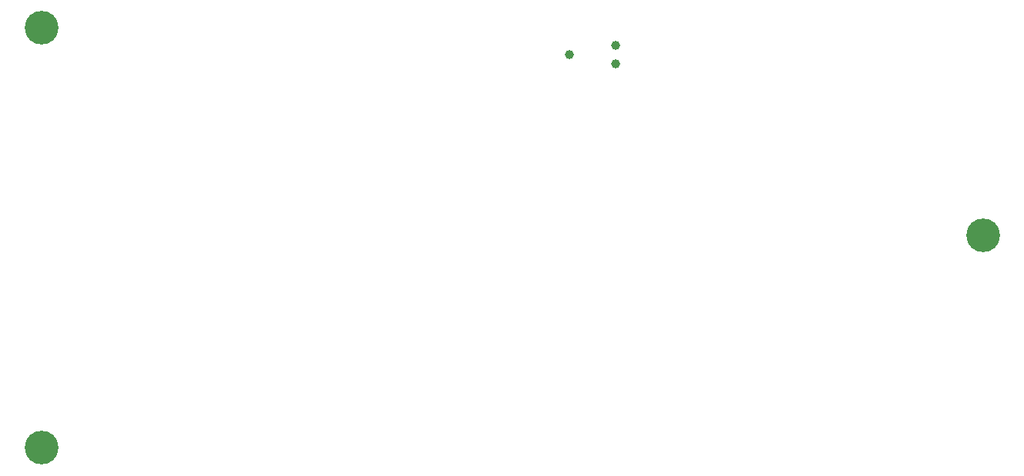
<source format=gbr>
%TF.GenerationSoftware,KiCad,Pcbnew,7.0.0-1.fc36*%
%TF.CreationDate,2023-03-23T22:09:36-05:00*%
%TF.ProjectId,2275Mod,32323735-4d6f-4642-9e6b-696361645f70,rev?*%
%TF.SameCoordinates,Original*%
%TF.FileFunction,NonPlated,1,2,NPTH,Drill*%
%TF.FilePolarity,Positive*%
%FSLAX46Y46*%
G04 Gerber Fmt 4.6, Leading zero omitted, Abs format (unit mm)*
G04 Created by KiCad (PCBNEW 7.0.0-1.fc36) date 2023-03-23 22:09:36*
%MOMM*%
%LPD*%
G01*
G04 APERTURE LIST*
%TA.AperFunction,ComponentDrill*%
%ADD10C,0.990600*%
%TD*%
%TA.AperFunction,ComponentDrill*%
%ADD11C,3.700000*%
%TD*%
G04 APERTURE END LIST*
D10*
%TO.C,J2*%
X171602400Y-79425800D03*
X176682400Y-78409800D03*
X176682400Y-80441800D03*
D11*
%TO.C,H3*%
X113538000Y-76454000D03*
%TO.C,H1*%
X113538000Y-122682000D03*
%TO.C,H2*%
X217043000Y-99314000D03*
M02*

</source>
